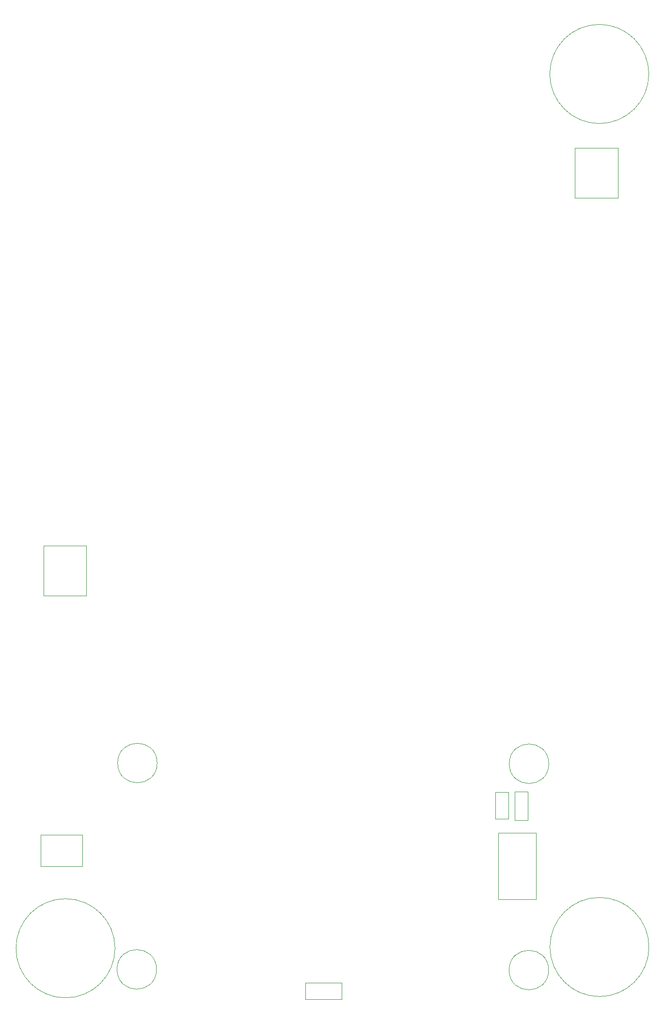
<source format=gbr>
%TF.GenerationSoftware,KiCad,Pcbnew,(6.0.0)*%
%TF.CreationDate,2022-06-08T16:09:46+02:00*%
%TF.ProjectId,HotPlate,486f7450-6c61-4746-952e-6b696361645f,1.0*%
%TF.SameCoordinates,Original*%
%TF.FileFunction,Other,User*%
%FSLAX46Y46*%
G04 Gerber Fmt 4.6, Leading zero omitted, Abs format (unit mm)*
G04 Created by KiCad (PCBNEW (6.0.0)) date 2022-06-08 16:09:46*
%MOMM*%
%LPD*%
G01*
G04 APERTURE LIST*
%ADD10C,0.050000*%
G04 APERTURE END LIST*
D10*
%TO.C,LMT1*%
X13686500Y-92068500D02*
X13686500Y-100831500D01*
X13686500Y-92068500D02*
X13686500Y-100831500D01*
X6193500Y-100831500D02*
X6193500Y-92068500D01*
X6193500Y-92068500D02*
X13686500Y-92068500D01*
X6193500Y-92068500D02*
X13686500Y-92068500D01*
X13686500Y-100831500D02*
X6193500Y-100831500D01*
X13686500Y-100831500D02*
X6193500Y-100831500D01*
X6193500Y-100831500D02*
X6193500Y-92068500D01*
%TO.C,H8*%
X111934648Y-162120000D02*
G75*
G03*
X111934648Y-162120000I-8650000J0D01*
G01*
%TO.C,RGBLED1*%
X5652500Y-148080000D02*
X12952500Y-148080000D01*
X12952500Y-148080000D02*
X12952500Y-142580000D01*
X5652500Y-142580000D02*
X5652500Y-148080000D01*
X12952500Y-142580000D02*
X5652500Y-142580000D01*
%TO.C,H1*%
X25914648Y-166030000D02*
G75*
G03*
X25914648Y-166030000I-3450000J0D01*
G01*
%TO.C,LMT2*%
X106490625Y-22628500D02*
X106490625Y-31391500D01*
X106490625Y-22628500D02*
X106490625Y-31391500D01*
X98997625Y-31391500D02*
X98997625Y-22628500D01*
X98997625Y-22628500D02*
X106490625Y-22628500D01*
X106490625Y-31391500D02*
X98997625Y-31391500D01*
X98997625Y-31391500D02*
X98997625Y-22628500D01*
X98997625Y-22628500D02*
X106490625Y-22628500D01*
X106490625Y-31391500D02*
X98997625Y-31391500D01*
%TO.C,H5*%
X18664648Y-162340000D02*
G75*
G03*
X18664648Y-162340000I-8650000J0D01*
G01*
%TO.C,PC3*%
X88510000Y-135040000D02*
X90810000Y-135040000D01*
X90810000Y-140000000D02*
X88510000Y-140000000D01*
X90810000Y-135040000D02*
X90810000Y-140000000D01*
X88510000Y-140000000D02*
X88510000Y-135040000D01*
%TO.C,H6*%
X111910000Y-9740000D02*
G75*
G03*
X111910000Y-9740000I-8650000J0D01*
G01*
%TO.C,H3*%
X26024648Y-130010000D02*
G75*
G03*
X26024648Y-130010000I-3450000J0D01*
G01*
%TO.C,H4*%
X94434648Y-130140000D02*
G75*
G03*
X94434648Y-130140000I-3450000J0D01*
G01*
%TO.C,J11*%
X92240000Y-142210000D02*
X85640000Y-142210000D01*
X85640000Y-142210000D02*
X85640000Y-153810000D01*
X85640000Y-153810000D02*
X92240000Y-153810000D01*
X92240000Y-153810000D02*
X92240000Y-142210000D01*
%TO.C,H2*%
X94404648Y-166150000D02*
G75*
G03*
X94404648Y-166150000I-3450000J0D01*
G01*
%TO.C,HD1*%
X85100000Y-139790000D02*
X87400000Y-139790000D01*
X87400000Y-135090000D02*
X87400000Y-139790000D01*
X85100000Y-135090000D02*
X87400000Y-135090000D01*
X85100000Y-139790000D02*
X85100000Y-135090000D01*
%TO.C,J2*%
X58245000Y-168359500D02*
X51895000Y-168359500D01*
X51895000Y-168359500D02*
X51895000Y-171280500D01*
X51895000Y-171280500D02*
X58245000Y-171280500D01*
X58245000Y-171280500D02*
X58245000Y-168359500D01*
%TD*%
M02*

</source>
